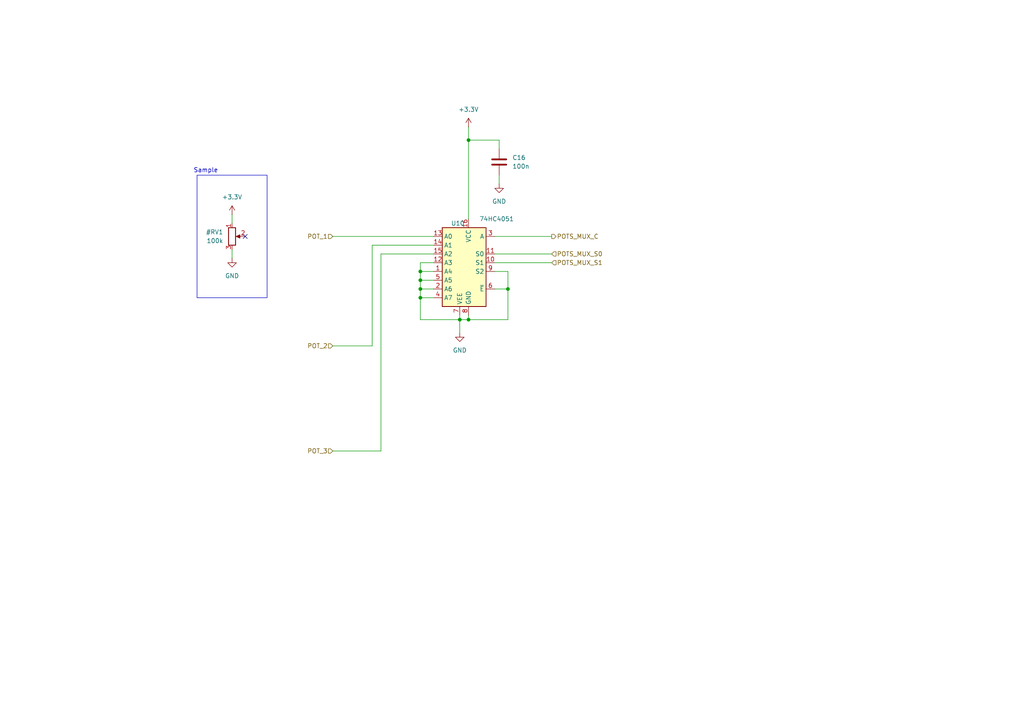
<source format=kicad_sch>
(kicad_sch (version 20250114) (generator "eeschema") (generator_version "9.0")
  (paper "A4")
  (lib_symbols
    (symbol "74xx:74HC4051"
      (property "Reference" "U" (at -5.08 11.43 0))
      (property "Value" "74HC4051" (at -7.62 -13.97 0))
      (symbol "74HC4051_0_1"
        (rectangle (start -5.08 10.16) (end 7.62 -12.7) (stroke (width 0.254)) (fill (type background)))
      )
      (symbol "74HC4051_1_1"
        (pin passive line (at -7.62 7.62 0) (length 2.54) (name "A") (number "3"))
        (pin input line (at -7.62 2.54 0) (length 2.54) (name "S0") (number "11"))
        (pin input line (at -7.62 0 0) (length 2.54) (name "S1") (number "10"))
        (pin input line (at -7.62 -2.54 0) (length 2.54) (name "S2") (number "9"))
        (pin input line (at -7.62 -7.62 0) (length 2.54) (name "~{E}") (number "6"))
        (pin power_in line (at 0 12.7 270) (length 2.54) (name "VCC") (number "16"))
        (pin power_in line (at 0 -15.24 90) (length 2.54) (name "GND") (number "8"))
        (pin power_in line (at 2.54 -15.24 90) (length 2.54) (name "VEE") (number "7"))
        (pin passive line (at 10.16 7.62 180) (length 2.54) (name "A0") (number "13"))
        (pin passive line (at 10.16 5.08 180) (length 2.54) (name "A1") (number "14"))
        (pin passive line (at 10.16 2.54 180) (length 2.54) (name "A2") (number "15"))
        (pin passive line (at 10.16 0 180) (length 2.54) (name "A3") (number "12"))
        (pin passive line (at 10.16 -2.54 180) (length 2.54) (name "A4") (number "1"))
        (pin passive line (at 10.16 -5.08 180) (length 2.54) (name "A5") (number "5"))
        (pin passive line (at 10.16 -7.62 180) (length 2.54) (name "A6") (number "2"))
        (pin passive line (at 10.16 -10.16 180) (length 2.54) (name "A7") (number "4"))
      )
    )
    (symbol "Device:C" (pin_numbers (hide yes)) (pin_names (offset 0.254))
      (property "Reference" "C" (at 0.635 2.54 0))
      (property "Value" "C" (at 0.635 -2.54 0))
      (symbol "C_0_1"
        (polyline (pts (xy -2.032 0.762) (xy 2.032 0.762)) (stroke (width 0.508)))
        (polyline (pts (xy -2.032 -0.762) (xy 2.032 -0.762)) (stroke (width 0.508)))
      )
      (symbol "C_1_1"
        (pin passive line (at 0 3.81 270) (length 2.794) (name "~") (number "1"))
        (pin passive line (at 0 -3.81 90) (length 2.794) (name "~") (number "2"))
      )
    )
    (symbol "Device:R_Potentiometer" (pin_names (offset 1.016) (hide yes))
      (property "Reference" "RV" (at -4.445 0 90))
      (property "Value" "R_Potentiometer" (at -2.54 0 90))
      (symbol "R_Potentiometer_0_1"
        (rectangle (start 1.016 2.54) (end -1.016 -2.54) (stroke (width 0.254)))
        (polyline (pts (xy 1.143 0) (xy 2.286 0.508) (xy 2.286 -0.508) (xy 1.143 0)) (fill (type outline)))
        (polyline (pts (xy 2.54 0) (xy 1.524 0)))
      )
      (symbol "R_Potentiometer_1_1"
        (pin passive line (at 0 3.81 270) (length 1.27) (name "1") (number "1"))
        (pin passive line (at 0 -3.81 90) (length 1.27) (name "3") (number "3"))
        (pin passive line (at 3.81 0 180) (length 1.27) (name "2") (number "2"))
      )
    )
    (symbol "power:+3.3V" (power) (pin_numbers (hide yes)) (pin_names (offset 0) (hide yes))
      (property "Value" "+3.3V" (at 0 3.556 0))
      (symbol "+3.3V_0_1"
        (polyline (pts (xy -0.762 1.27) (xy 0 2.54)))
        (polyline (pts (xy 0 2.54) (xy 0.762 1.27)))
        (polyline (pts (xy 0 0) (xy 0 2.54)))
      )
      (symbol "+3.3V_1_1"
        (pin power_in line (at 0 0 90) (length 0) (name "~") (number "1"))
      )
    )
    (symbol "power:GND" (power) (pin_numbers (hide yes)) (pin_names (offset 0) (hide yes))
      (property "Value" "GND" (at 0 -3.81 0))
      (symbol "GND_0_1"
        (polyline (pts (xy 0 0) (xy 0 -1.27) (xy 1.27 -1.27) (xy 0 -2.54) (xy -1.27 -1.27) (xy 0 -1.27)))
      )
      (symbol "GND_1_1"
        (pin power_in line (at 0 0 270) (length 0) (name "~") (number "1"))
      )
    )
  )
  (rectangle (start 57.15 50.8) (end 77.47 86.36))
  (text "Sample" (at 59.69 49.53 0) (effects (font (size 1.27 1.27))))
  (junction (at 133.35 92.71))
  (junction (at 135.89 92.71))
  (junction (at 147.32 83.82))
  (junction (at 121.92 78.74))
  (junction (at 121.92 83.82))
  (junction (at 121.92 86.36))
  (junction (at 135.89 40.64))
  (junction (at 121.92 81.28))
  (no_connect (at 71.12 68.58))
  (wire (pts (xy 107.95 71.12) (xy 125.73 71.12)))
  (wire (pts (xy 121.92 86.36) (xy 121.92 92.71)))
  (wire (pts (xy 96.52 100.33) (xy 107.95 100.33)))
  (wire (pts (xy 143.51 68.58) (xy 160.02 68.58)))
  (wire (pts (xy 135.89 36.83) (xy 135.89 40.64)))
  (wire (pts (xy 67.31 72.39) (xy 67.31 74.93)))
  (wire (pts (xy 107.95 100.33) (xy 107.95 71.12)))
  (wire (pts (xy 121.92 83.82) (xy 121.92 86.36)))
  (wire (pts (xy 110.49 130.81) (xy 96.52 130.81)))
  (wire (pts (xy 96.52 68.58) (xy 125.73 68.58)))
  (wire (pts (xy 143.51 78.74) (xy 147.32 78.74)))
  (wire (pts (xy 121.92 76.2) (xy 121.92 78.74)))
  (wire (pts (xy 121.92 81.28) (xy 121.92 83.82)))
  (wire (pts (xy 135.89 92.71) (xy 133.35 92.71)))
  (wire (pts (xy 135.89 91.44) (xy 135.89 92.71)))
  (wire (pts (xy 125.73 76.2) (xy 121.92 76.2)))
  (wire (pts (xy 121.92 92.71) (xy 133.35 92.71)))
  (wire (pts (xy 144.78 53.34) (xy 144.78 50.8)))
  (wire (pts (xy 143.51 83.82) (xy 147.32 83.82)))
  (wire (pts (xy 135.89 40.64) (xy 135.89 63.5)))
  (wire (pts (xy 144.78 40.64) (xy 135.89 40.64)))
  (wire (pts (xy 121.92 83.82) (xy 125.73 83.82)))
  (wire (pts (xy 110.49 73.66) (xy 110.49 130.81)))
  (wire (pts (xy 147.32 92.71) (xy 135.89 92.71)))
  (wire (pts (xy 147.32 83.82) (xy 147.32 92.71)))
  (wire (pts (xy 143.51 73.66) (xy 160.02 73.66)))
  (wire (pts (xy 143.51 76.2) (xy 160.02 76.2)))
  (wire (pts (xy 121.92 86.36) (xy 125.73 86.36)))
  (wire (pts (xy 121.92 78.74) (xy 121.92 81.28)))
  (wire (pts (xy 125.73 73.66) (xy 110.49 73.66)))
  (wire (pts (xy 67.31 62.23) (xy 67.31 64.77)))
  (wire (pts (xy 133.35 92.71) (xy 133.35 91.44)))
  (wire (pts (xy 133.35 92.71) (xy 133.35 96.52)))
  (wire (pts (xy 144.78 43.18) (xy 144.78 40.64)))
  (wire (pts (xy 125.73 78.74) (xy 121.92 78.74)))
  (wire (pts (xy 121.92 81.28) (xy 125.73 81.28)))
  (wire (pts (xy 147.32 78.74) (xy 147.32 83.82)))
  (hierarchical_label "POT_3" (shape input) (at 96.52 130.81 180))
  (hierarchical_label "POTS_MUX_S0" (shape input) (at 160.02 73.66 0))
  (hierarchical_label "POTS_MUX_C" (shape output) (at 160.02 68.58 0))
  (hierarchical_label "POTS_MUX_S1" (shape input) (at 160.02 76.2 0))
  (hierarchical_label "POT_2" (shape input) (at 96.52 100.33 180))
  (hierarchical_label "POT_1" (shape input) (at 96.52 68.58 180))
  (symbol (lib_id "Device:C") (at 144.78 46.99 0) (unit 1)
    (property "Reference" "C16" (at 148.59 45.72 0) (effects (justify left)))
    (property "Value" "100n" (at 148.59 48.26 0) (effects (justify left)))
    (property "Footprint" "Capacitor_SMD:C_0603_1608Metric" (effects (hide yes)))
    (property "LCSC" "C14663" (effects (hide yes)))
    (property "Vendor" "JLCPCB" (effects (hide yes)))
    (property "CHECKED" "YES" (effects (hide yes)))
  )
  (symbol (lib_id "Device:R_Potentiometer") (at 67.31 68.58 0) (unit 1)
    (property "Reference" "#RV1" (at 64.77 67.3099 0) (effects (justify right)))
    (property "Value" "100k" (at 64.77 69.8499 0) (effects (justify right)))
    (property "Description" "Potentiometer" (effects (hide yes)))
  )
  (symbol (lib_id "power:+3.3V") (at 67.31 62.23 0) (unit 1)
    (property "Reference" "#PWR065" (effects (hide yes)))
    (property "Value" "+3.3V" (at 67.31 57.15 0))
    (property "Description" "Power symbol creates a global label with name \"+3.3V\"" (effects (hide yes)))
  )
  (symbol (lib_id "74xx:74HC4051") (at 135.89 76.2 0) (mirror y) (unit 1)
    (property "Reference" "U10" (at 130.81 64.77 0) (effects (justify right)))
    (property "Value" "74HC4051" (at 139.0081 63.5 0) (effects (justify right)))
    (property "Footprint" "Package_SO:SOIC-16_3.9x9.9mm_P1.27mm" (effects (hide yes)))
    (property "Datasheet" "http://www.ti.com/lit/ds/symlink/cd74hc4051.pdf" (effects (hide yes)))
    (property "Description" "8-channel analog multiplexer/demultiplexer, DIP-16/SOIC-16/TSSOP-16" (effects (hide yes)))
    (property "LCSC" "C9386" (effects (hide yes)))
    (property "Vendor" "JLCPCB" (effects (hide yes)))
    (property "CHECKED" "YES" (effects (hide yes)))
  )
  (symbol (lib_id "power:GND") (at 67.31 74.93 0) (unit 1)
    (property "Reference" "#PWR059" (effects (hide yes)))
    (property "Value" "GND" (at 67.31 80.01 0))
    (property "Description" "Power symbol creates a global label with name \"GND\" , ground" (effects (hide yes)))
  )
  (symbol (lib_id "power:GND") (at 133.35 96.52 0) (unit 1)
    (property "Reference" "#PWR058" (effects (hide yes)))
    (property "Value" "GND" (at 133.35 101.6 0))
    (property "Description" "Power symbol creates a global label with name \"GND\" , ground" (effects (hide yes)))
  )
  (symbol (lib_id "power:+3.3V") (at 135.89 36.83 0) (unit 1)
    (property "Reference" "#PWR068" (effects (hide yes)))
    (property "Value" "+3.3V" (at 135.89 31.75 0))
    (property "Description" "Power symbol creates a global label with name \"+3.3V\"" (effects (hide yes)))
  )
  (symbol (lib_id "power:GND") (at 144.78 53.34 0) (unit 1)
    (property "Reference" "#PWR060" (effects (hide yes)))
    (property "Value" "GND" (at 144.78 58.42 0))
    (property "Description" "Power symbol creates a global label with name \"GND\" , ground" (effects (hide yes)))
  )
)
</source>
